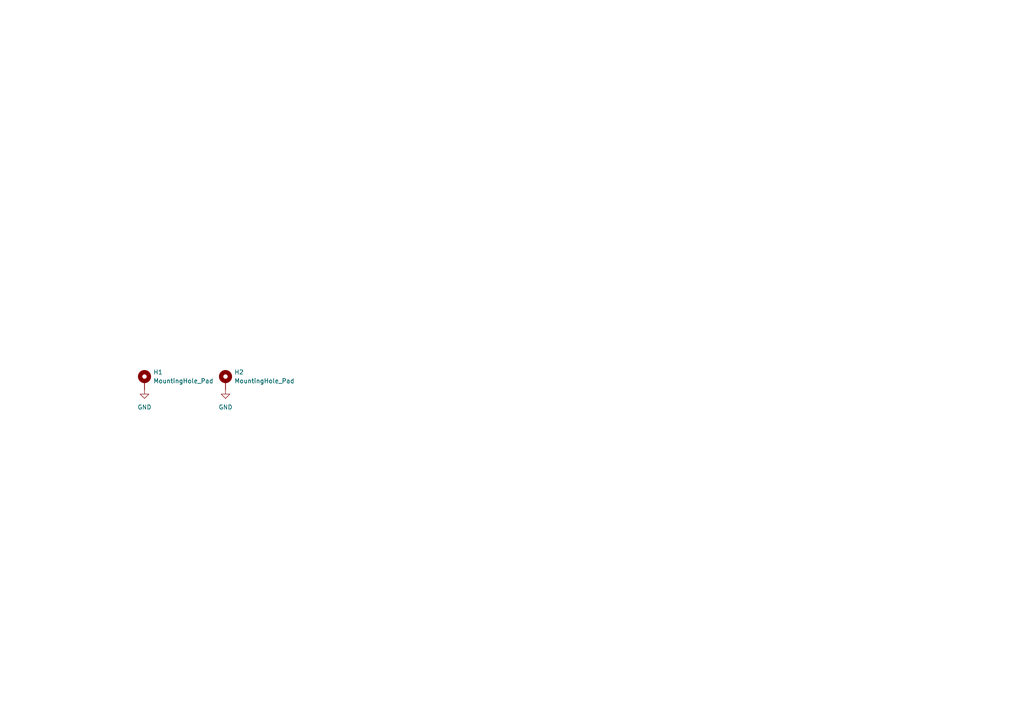
<source format=kicad_sch>
(kicad_sch (version 20230121) (generator eeschema)
  (paper "A4")
  (lib_symbols
    (symbol "Mechanical:MountingHole_Pad" (pin_numbers hide) (pin_names (offset 1.016) hide)
      (property "Reference" "H" (at 0 6.35 0))
      (property "Value" "MountingHole_Pad" (at 0 4.445 0))
      (symbol "MountingHole_Pad_0_1"
        (circle (center 0 1.27) (radius 1.27) (stroke (width 1.27)))
      )
      (symbol "MountingHole_Pad_1_1"
        (pin input line (at 0 -2.54 90) (length 2.54) (name "1") (number "1"))
      )
    )
    (symbol "power:GND" (power) (pin_names (offset 0))
      (property "Value" "GND" (at 0 -3.81 0))
      (symbol "GND_0_1"
        (polyline (pts (xy 0 0) (xy 0 -1.27) (xy 1.27 -1.27) (xy 0 -2.54) (xy -1.27 -1.27) (xy 0 -1.27)))
      )
      (symbol "GND_1_1"
        (pin power_in line (at 0 0 270) (length 0) hide (name "GND") (number "1"))
      )
    )
  )
  (symbol (lib_id "power:GND") (at 65.405 113.03 0) (unit 1)
    (property "Reference" "#PWR03" (effects hide))
    (property "Value" "GND" (at 65.405 118.11 0))
  )
  (symbol (lib_id "power:GND") (at 41.91 113.03 0) (unit 1)
    (property "Reference" "#PWR02" (effects hide))
    (property "Value" "GND" (at 41.91 118.11 0))
  )
  (symbol (lib_id "Mechanical:MountingHole_Pad") (at 41.91 110.49 0) (unit 1)
    (property "Reference" "H1" (at 44.45 107.95 0) (effects (justify left)))
    (property "Value" "MountingHole_Pad" (at 44.45 110.49 0) (effects (justify left)))
    (property "Footprint" "MountingHole:MountingHole_3.2mm_M3_ISO14580_Pad" (effects hide))
  )
  (symbol (lib_id "Mechanical:MountingHole_Pad") (at 65.405 110.49 0) (unit 1)
    (property "Reference" "H2" (at 67.945 107.95 0) (effects (justify left)))
    (property "Value" "MountingHole_Pad" (at 67.945 110.49 0) (effects (justify left)))
    (property "Footprint" "MountingHole:MountingHole_3.2mm_M3_ISO14580_Pad" (effects hide))
  )
)
</source>
